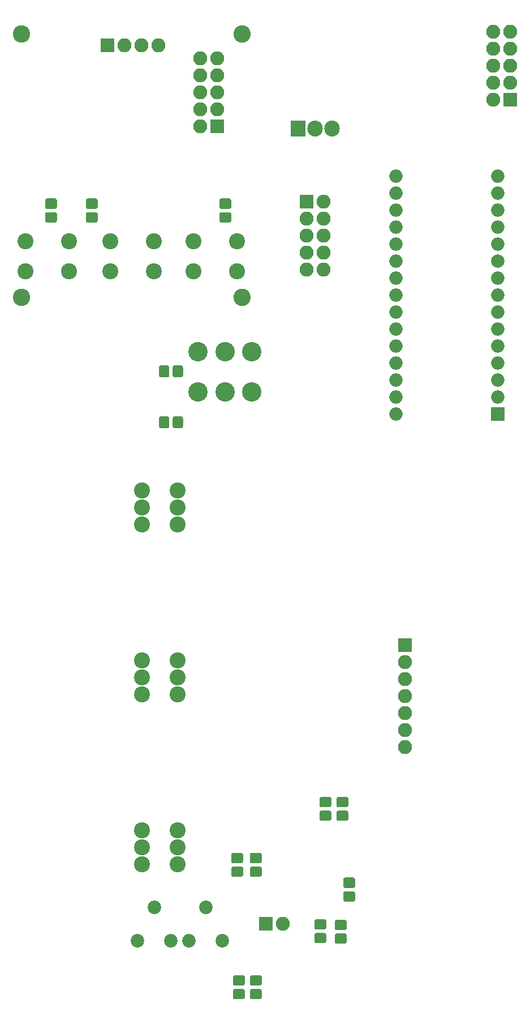
<source format=gbr>
G04 #@! TF.GenerationSoftware,KiCad,Pcbnew,(5.0.0)*
G04 #@! TF.CreationDate,2018-10-20T19:08:45+01:00*
G04 #@! TF.ProjectId,AD9833FunctionGenerator,41443938333346756E6374696F6E4765,rev?*
G04 #@! TF.SameCoordinates,Original*
G04 #@! TF.FileFunction,Soldermask,Bot*
G04 #@! TF.FilePolarity,Negative*
%FSLAX46Y46*%
G04 Gerber Fmt 4.6, Leading zero omitted, Abs format (unit mm)*
G04 Created by KiCad (PCBNEW (5.0.0)) date 10/20/18 19:08:45*
%MOMM*%
%LPD*%
G01*
G04 APERTURE LIST*
%ADD10C,2.600000*%
%ADD11C,2.020000*%
%ADD12O,2.000000X2.000000*%
%ADD13C,2.000000*%
%ADD14R,2.000000X2.000000*%
%ADD15C,2.400000*%
%ADD16C,2.900000*%
%ADD17R,2.100000X2.100000*%
%ADD18O,2.100000X2.100000*%
%ADD19C,0.100000*%
%ADD20C,1.550000*%
%ADD21R,2.305000X2.400000*%
%ADD22O,2.305000X2.400000*%
G04 APERTURE END LIST*
D10*
G04 #@! TO.C,REF\002A\002A*
X53794681Y-71464698D03*
G04 #@! TD*
G04 #@! TO.C,REF\002A\002A*
X86814681Y-71464698D03*
G04 #@! TD*
G04 #@! TO.C,REF\002A\002A*
X86814681Y-110834698D03*
G04 #@! TD*
D11*
G04 #@! TO.C,RV_UPOFF1*
X83900000Y-207010000D03*
X81400000Y-202010000D03*
X78900000Y-207010000D03*
G04 #@! TD*
D12*
G04 #@! TO.C,A1*
X109855000Y-92710000D03*
X125095000Y-92710000D03*
X109855000Y-128270000D03*
X125095000Y-95250000D03*
X109855000Y-125730000D03*
X125095000Y-97790000D03*
X109855000Y-123190000D03*
X125095000Y-100330000D03*
X109855000Y-120650000D03*
X125095000Y-102870000D03*
X109855000Y-118110000D03*
D13*
X125095000Y-105410000D03*
D12*
X109855000Y-115570000D03*
X125095000Y-107950000D03*
X109855000Y-113030000D03*
X125095000Y-110490000D03*
X109855000Y-110490000D03*
X125095000Y-113030000D03*
X109855000Y-107950000D03*
X125095000Y-115570000D03*
X109855000Y-105410000D03*
X125095000Y-118110000D03*
X109855000Y-102870000D03*
X125095000Y-120650000D03*
X109855000Y-100330000D03*
X125095000Y-123190000D03*
X109855000Y-97790000D03*
X125095000Y-125730000D03*
X109855000Y-95250000D03*
D14*
X125095000Y-128270000D03*
G04 #@! TD*
D15*
G04 #@! TO.C,RV_FREQ1*
X71882000Y-144780000D03*
X71882000Y-142240000D03*
X71882000Y-139700000D03*
X77216000Y-144780000D03*
X77216000Y-142240000D03*
X77216000Y-139700000D03*
G04 #@! TD*
D16*
G04 #@! TO.C,SW_PWR1*
X80264000Y-124968000D03*
X80264000Y-118968000D03*
X84264000Y-124968000D03*
X84264000Y-118968000D03*
X88264000Y-124968000D03*
X88264000Y-118968000D03*
G04 #@! TD*
D17*
G04 #@! TO.C,J_OUT1*
X90424000Y-204470000D03*
D18*
X92964000Y-204470000D03*
G04 #@! TD*
D17*
G04 #@! TO.C,J_PWR1*
X96520000Y-96520000D03*
D18*
X99060000Y-96520000D03*
X96520000Y-99060000D03*
X99060000Y-99060000D03*
X96520000Y-101600000D03*
X99060000Y-101600000D03*
X96520000Y-104140000D03*
X99060000Y-104140000D03*
X96520000Y-106680000D03*
X99060000Y-106680000D03*
G04 #@! TD*
D19*
G04 #@! TO.C,R_RANGE1*
G36*
X84924071Y-96082321D02*
X84956781Y-96087173D01*
X84988857Y-96095207D01*
X85019991Y-96106347D01*
X85049884Y-96120485D01*
X85078247Y-96137485D01*
X85104807Y-96157183D01*
X85129308Y-96179390D01*
X85151515Y-96203891D01*
X85171213Y-96230451D01*
X85188213Y-96258814D01*
X85202351Y-96288707D01*
X85213491Y-96319841D01*
X85221525Y-96351917D01*
X85226377Y-96384627D01*
X85228000Y-96417654D01*
X85228000Y-97293742D01*
X85226377Y-97326769D01*
X85221525Y-97359479D01*
X85213491Y-97391555D01*
X85202351Y-97422689D01*
X85188213Y-97452582D01*
X85171213Y-97480945D01*
X85151515Y-97507505D01*
X85129308Y-97532006D01*
X85104807Y-97554213D01*
X85078247Y-97573911D01*
X85049884Y-97590911D01*
X85019991Y-97605049D01*
X84988857Y-97616189D01*
X84956781Y-97624223D01*
X84924071Y-97629075D01*
X84891044Y-97630698D01*
X83764956Y-97630698D01*
X83731929Y-97629075D01*
X83699219Y-97624223D01*
X83667143Y-97616189D01*
X83636009Y-97605049D01*
X83606116Y-97590911D01*
X83577753Y-97573911D01*
X83551193Y-97554213D01*
X83526692Y-97532006D01*
X83504485Y-97507505D01*
X83484787Y-97480945D01*
X83467787Y-97452582D01*
X83453649Y-97422689D01*
X83442509Y-97391555D01*
X83434475Y-97359479D01*
X83429623Y-97326769D01*
X83428000Y-97293742D01*
X83428000Y-96417654D01*
X83429623Y-96384627D01*
X83434475Y-96351917D01*
X83442509Y-96319841D01*
X83453649Y-96288707D01*
X83467787Y-96258814D01*
X83484787Y-96230451D01*
X83504485Y-96203891D01*
X83526692Y-96179390D01*
X83551193Y-96157183D01*
X83577753Y-96137485D01*
X83606116Y-96120485D01*
X83636009Y-96106347D01*
X83667143Y-96095207D01*
X83699219Y-96087173D01*
X83731929Y-96082321D01*
X83764956Y-96080698D01*
X84891044Y-96080698D01*
X84924071Y-96082321D01*
X84924071Y-96082321D01*
G37*
D20*
X84328000Y-96855698D03*
D19*
G36*
X84924071Y-98132321D02*
X84956781Y-98137173D01*
X84988857Y-98145207D01*
X85019991Y-98156347D01*
X85049884Y-98170485D01*
X85078247Y-98187485D01*
X85104807Y-98207183D01*
X85129308Y-98229390D01*
X85151515Y-98253891D01*
X85171213Y-98280451D01*
X85188213Y-98308814D01*
X85202351Y-98338707D01*
X85213491Y-98369841D01*
X85221525Y-98401917D01*
X85226377Y-98434627D01*
X85228000Y-98467654D01*
X85228000Y-99343742D01*
X85226377Y-99376769D01*
X85221525Y-99409479D01*
X85213491Y-99441555D01*
X85202351Y-99472689D01*
X85188213Y-99502582D01*
X85171213Y-99530945D01*
X85151515Y-99557505D01*
X85129308Y-99582006D01*
X85104807Y-99604213D01*
X85078247Y-99623911D01*
X85049884Y-99640911D01*
X85019991Y-99655049D01*
X84988857Y-99666189D01*
X84956781Y-99674223D01*
X84924071Y-99679075D01*
X84891044Y-99680698D01*
X83764956Y-99680698D01*
X83731929Y-99679075D01*
X83699219Y-99674223D01*
X83667143Y-99666189D01*
X83636009Y-99655049D01*
X83606116Y-99640911D01*
X83577753Y-99623911D01*
X83551193Y-99604213D01*
X83526692Y-99582006D01*
X83504485Y-99557505D01*
X83484787Y-99530945D01*
X83467787Y-99502582D01*
X83453649Y-99472689D01*
X83442509Y-99441555D01*
X83434475Y-99409479D01*
X83429623Y-99376769D01*
X83428000Y-99343742D01*
X83428000Y-98467654D01*
X83429623Y-98434627D01*
X83434475Y-98401917D01*
X83442509Y-98369841D01*
X83453649Y-98338707D01*
X83467787Y-98308814D01*
X83484787Y-98280451D01*
X83504485Y-98253891D01*
X83526692Y-98229390D01*
X83551193Y-98207183D01*
X83577753Y-98187485D01*
X83606116Y-98170485D01*
X83636009Y-98156347D01*
X83667143Y-98145207D01*
X83699219Y-98137173D01*
X83731929Y-98132321D01*
X83764956Y-98130698D01*
X84891044Y-98130698D01*
X84924071Y-98132321D01*
X84924071Y-98132321D01*
G37*
D20*
X84328000Y-98905698D03*
G04 #@! TD*
D19*
G04 #@! TO.C,C_BUFFBP1*
G36*
X86702071Y-193896100D02*
X86734781Y-193900952D01*
X86766857Y-193908986D01*
X86797991Y-193920126D01*
X86827884Y-193934264D01*
X86856247Y-193951264D01*
X86882807Y-193970962D01*
X86907308Y-193993169D01*
X86929515Y-194017670D01*
X86949213Y-194044230D01*
X86966213Y-194072593D01*
X86980351Y-194102486D01*
X86991491Y-194133620D01*
X86999525Y-194165696D01*
X87004377Y-194198406D01*
X87006000Y-194231433D01*
X87006000Y-195107521D01*
X87004377Y-195140548D01*
X86999525Y-195173258D01*
X86991491Y-195205334D01*
X86980351Y-195236468D01*
X86966213Y-195266361D01*
X86949213Y-195294724D01*
X86929515Y-195321284D01*
X86907308Y-195345785D01*
X86882807Y-195367992D01*
X86856247Y-195387690D01*
X86827884Y-195404690D01*
X86797991Y-195418828D01*
X86766857Y-195429968D01*
X86734781Y-195438002D01*
X86702071Y-195442854D01*
X86669044Y-195444477D01*
X85542956Y-195444477D01*
X85509929Y-195442854D01*
X85477219Y-195438002D01*
X85445143Y-195429968D01*
X85414009Y-195418828D01*
X85384116Y-195404690D01*
X85355753Y-195387690D01*
X85329193Y-195367992D01*
X85304692Y-195345785D01*
X85282485Y-195321284D01*
X85262787Y-195294724D01*
X85245787Y-195266361D01*
X85231649Y-195236468D01*
X85220509Y-195205334D01*
X85212475Y-195173258D01*
X85207623Y-195140548D01*
X85206000Y-195107521D01*
X85206000Y-194231433D01*
X85207623Y-194198406D01*
X85212475Y-194165696D01*
X85220509Y-194133620D01*
X85231649Y-194102486D01*
X85245787Y-194072593D01*
X85262787Y-194044230D01*
X85282485Y-194017670D01*
X85304692Y-193993169D01*
X85329193Y-193970962D01*
X85355753Y-193951264D01*
X85384116Y-193934264D01*
X85414009Y-193920126D01*
X85445143Y-193908986D01*
X85477219Y-193900952D01*
X85509929Y-193896100D01*
X85542956Y-193894477D01*
X86669044Y-193894477D01*
X86702071Y-193896100D01*
X86702071Y-193896100D01*
G37*
D20*
X86106000Y-194669477D03*
D19*
G36*
X86702071Y-195946100D02*
X86734781Y-195950952D01*
X86766857Y-195958986D01*
X86797991Y-195970126D01*
X86827884Y-195984264D01*
X86856247Y-196001264D01*
X86882807Y-196020962D01*
X86907308Y-196043169D01*
X86929515Y-196067670D01*
X86949213Y-196094230D01*
X86966213Y-196122593D01*
X86980351Y-196152486D01*
X86991491Y-196183620D01*
X86999525Y-196215696D01*
X87004377Y-196248406D01*
X87006000Y-196281433D01*
X87006000Y-197157521D01*
X87004377Y-197190548D01*
X86999525Y-197223258D01*
X86991491Y-197255334D01*
X86980351Y-197286468D01*
X86966213Y-197316361D01*
X86949213Y-197344724D01*
X86929515Y-197371284D01*
X86907308Y-197395785D01*
X86882807Y-197417992D01*
X86856247Y-197437690D01*
X86827884Y-197454690D01*
X86797991Y-197468828D01*
X86766857Y-197479968D01*
X86734781Y-197488002D01*
X86702071Y-197492854D01*
X86669044Y-197494477D01*
X85542956Y-197494477D01*
X85509929Y-197492854D01*
X85477219Y-197488002D01*
X85445143Y-197479968D01*
X85414009Y-197468828D01*
X85384116Y-197454690D01*
X85355753Y-197437690D01*
X85329193Y-197417992D01*
X85304692Y-197395785D01*
X85282485Y-197371284D01*
X85262787Y-197344724D01*
X85245787Y-197316361D01*
X85231649Y-197286468D01*
X85220509Y-197255334D01*
X85212475Y-197223258D01*
X85207623Y-197190548D01*
X85206000Y-197157521D01*
X85206000Y-196281433D01*
X85207623Y-196248406D01*
X85212475Y-196215696D01*
X85220509Y-196183620D01*
X85231649Y-196152486D01*
X85245787Y-196122593D01*
X85262787Y-196094230D01*
X85282485Y-196067670D01*
X85304692Y-196043169D01*
X85329193Y-196020962D01*
X85355753Y-196001264D01*
X85384116Y-195984264D01*
X85414009Y-195970126D01*
X85445143Y-195958986D01*
X85477219Y-195950952D01*
X85509929Y-195946100D01*
X85542956Y-195944477D01*
X86669044Y-195944477D01*
X86702071Y-195946100D01*
X86702071Y-195946100D01*
G37*
D20*
X86106000Y-196719477D03*
G04 #@! TD*
D18*
G04 #@! TO.C,J_AD9833*
X111194407Y-178061772D03*
X111194407Y-175521772D03*
X111194407Y-172981772D03*
X111194407Y-170441772D03*
X111194407Y-167901772D03*
X111194407Y-165361772D03*
D17*
X111194407Y-162821772D03*
G04 #@! TD*
G04 #@! TO.C,J_AUX2MAIN2*
X83131681Y-85307698D03*
D18*
X80591681Y-85307698D03*
X83131681Y-82767698D03*
X80591681Y-82767698D03*
X83131681Y-80227698D03*
X80591681Y-80227698D03*
X83131681Y-77687698D03*
X80591681Y-77687698D03*
X83131681Y-75147698D03*
X80591681Y-75147698D03*
G04 #@! TD*
D17*
G04 #@! TO.C,J_MAIN2AUX1*
X127000000Y-81280000D03*
D18*
X124460000Y-81280000D03*
X127000000Y-78740000D03*
X124460000Y-78740000D03*
X127000000Y-76200000D03*
X124460000Y-76200000D03*
X127000000Y-73660000D03*
X124460000Y-73660000D03*
X127000000Y-71120000D03*
X124460000Y-71120000D03*
G04 #@! TD*
D17*
G04 #@! TO.C,J_OLEDCONNECTOR1*
X66725646Y-73193447D03*
D18*
X69265646Y-73193447D03*
X71805646Y-73193447D03*
X74345646Y-73193447D03*
G04 #@! TD*
D19*
G04 #@! TO.C,R_MODE1*
G36*
X64931752Y-98132321D02*
X64964462Y-98137173D01*
X64996538Y-98145207D01*
X65027672Y-98156347D01*
X65057565Y-98170485D01*
X65085928Y-98187485D01*
X65112488Y-98207183D01*
X65136989Y-98229390D01*
X65159196Y-98253891D01*
X65178894Y-98280451D01*
X65195894Y-98308814D01*
X65210032Y-98338707D01*
X65221172Y-98369841D01*
X65229206Y-98401917D01*
X65234058Y-98434627D01*
X65235681Y-98467654D01*
X65235681Y-99343742D01*
X65234058Y-99376769D01*
X65229206Y-99409479D01*
X65221172Y-99441555D01*
X65210032Y-99472689D01*
X65195894Y-99502582D01*
X65178894Y-99530945D01*
X65159196Y-99557505D01*
X65136989Y-99582006D01*
X65112488Y-99604213D01*
X65085928Y-99623911D01*
X65057565Y-99640911D01*
X65027672Y-99655049D01*
X64996538Y-99666189D01*
X64964462Y-99674223D01*
X64931752Y-99679075D01*
X64898725Y-99680698D01*
X63772637Y-99680698D01*
X63739610Y-99679075D01*
X63706900Y-99674223D01*
X63674824Y-99666189D01*
X63643690Y-99655049D01*
X63613797Y-99640911D01*
X63585434Y-99623911D01*
X63558874Y-99604213D01*
X63534373Y-99582006D01*
X63512166Y-99557505D01*
X63492468Y-99530945D01*
X63475468Y-99502582D01*
X63461330Y-99472689D01*
X63450190Y-99441555D01*
X63442156Y-99409479D01*
X63437304Y-99376769D01*
X63435681Y-99343742D01*
X63435681Y-98467654D01*
X63437304Y-98434627D01*
X63442156Y-98401917D01*
X63450190Y-98369841D01*
X63461330Y-98338707D01*
X63475468Y-98308814D01*
X63492468Y-98280451D01*
X63512166Y-98253891D01*
X63534373Y-98229390D01*
X63558874Y-98207183D01*
X63585434Y-98187485D01*
X63613797Y-98170485D01*
X63643690Y-98156347D01*
X63674824Y-98145207D01*
X63706900Y-98137173D01*
X63739610Y-98132321D01*
X63772637Y-98130698D01*
X64898725Y-98130698D01*
X64931752Y-98132321D01*
X64931752Y-98132321D01*
G37*
D20*
X64335681Y-98905698D03*
D19*
G36*
X64931752Y-96082321D02*
X64964462Y-96087173D01*
X64996538Y-96095207D01*
X65027672Y-96106347D01*
X65057565Y-96120485D01*
X65085928Y-96137485D01*
X65112488Y-96157183D01*
X65136989Y-96179390D01*
X65159196Y-96203891D01*
X65178894Y-96230451D01*
X65195894Y-96258814D01*
X65210032Y-96288707D01*
X65221172Y-96319841D01*
X65229206Y-96351917D01*
X65234058Y-96384627D01*
X65235681Y-96417654D01*
X65235681Y-97293742D01*
X65234058Y-97326769D01*
X65229206Y-97359479D01*
X65221172Y-97391555D01*
X65210032Y-97422689D01*
X65195894Y-97452582D01*
X65178894Y-97480945D01*
X65159196Y-97507505D01*
X65136989Y-97532006D01*
X65112488Y-97554213D01*
X65085928Y-97573911D01*
X65057565Y-97590911D01*
X65027672Y-97605049D01*
X64996538Y-97616189D01*
X64964462Y-97624223D01*
X64931752Y-97629075D01*
X64898725Y-97630698D01*
X63772637Y-97630698D01*
X63739610Y-97629075D01*
X63706900Y-97624223D01*
X63674824Y-97616189D01*
X63643690Y-97605049D01*
X63613797Y-97590911D01*
X63585434Y-97573911D01*
X63558874Y-97554213D01*
X63534373Y-97532006D01*
X63512166Y-97507505D01*
X63492468Y-97480945D01*
X63475468Y-97452582D01*
X63461330Y-97422689D01*
X63450190Y-97391555D01*
X63442156Y-97359479D01*
X63437304Y-97326769D01*
X63435681Y-97293742D01*
X63435681Y-96417654D01*
X63437304Y-96384627D01*
X63442156Y-96351917D01*
X63450190Y-96319841D01*
X63461330Y-96288707D01*
X63475468Y-96258814D01*
X63492468Y-96230451D01*
X63512166Y-96203891D01*
X63534373Y-96179390D01*
X63558874Y-96157183D01*
X63585434Y-96137485D01*
X63613797Y-96120485D01*
X63643690Y-96106347D01*
X63674824Y-96095207D01*
X63706900Y-96087173D01*
X63739610Y-96082321D01*
X63772637Y-96080698D01*
X64898725Y-96080698D01*
X64931752Y-96082321D01*
X64931752Y-96082321D01*
G37*
D20*
X64335681Y-96855698D03*
G04 #@! TD*
D15*
G04 #@! TO.C,SW_FUNC1*
X60929681Y-102452698D03*
X60929681Y-106952698D03*
X54429681Y-102452698D03*
X54429681Y-106952698D03*
G04 #@! TD*
G04 #@! TO.C,SW_MODE1*
X67129681Y-106952698D03*
X67129681Y-102452698D03*
X73629681Y-106952698D03*
X73629681Y-102452698D03*
G04 #@! TD*
G04 #@! TO.C,SW_RANGE1*
X79575681Y-106952698D03*
X79575681Y-102452698D03*
X86075681Y-106952698D03*
X86075681Y-102452698D03*
G04 #@! TD*
D21*
G04 #@! TO.C,U1*
X95250000Y-85598000D03*
D22*
X97790000Y-85598000D03*
X100330000Y-85598000D03*
G04 #@! TD*
D19*
G04 #@! TO.C,C_POTBP1*
G36*
X103466071Y-199641623D02*
X103498781Y-199646475D01*
X103530857Y-199654509D01*
X103561991Y-199665649D01*
X103591884Y-199679787D01*
X103620247Y-199696787D01*
X103646807Y-199716485D01*
X103671308Y-199738692D01*
X103693515Y-199763193D01*
X103713213Y-199789753D01*
X103730213Y-199818116D01*
X103744351Y-199848009D01*
X103755491Y-199879143D01*
X103763525Y-199911219D01*
X103768377Y-199943929D01*
X103770000Y-199976956D01*
X103770000Y-200853044D01*
X103768377Y-200886071D01*
X103763525Y-200918781D01*
X103755491Y-200950857D01*
X103744351Y-200981991D01*
X103730213Y-201011884D01*
X103713213Y-201040247D01*
X103693515Y-201066807D01*
X103671308Y-201091308D01*
X103646807Y-201113515D01*
X103620247Y-201133213D01*
X103591884Y-201150213D01*
X103561991Y-201164351D01*
X103530857Y-201175491D01*
X103498781Y-201183525D01*
X103466071Y-201188377D01*
X103433044Y-201190000D01*
X102306956Y-201190000D01*
X102273929Y-201188377D01*
X102241219Y-201183525D01*
X102209143Y-201175491D01*
X102178009Y-201164351D01*
X102148116Y-201150213D01*
X102119753Y-201133213D01*
X102093193Y-201113515D01*
X102068692Y-201091308D01*
X102046485Y-201066807D01*
X102026787Y-201040247D01*
X102009787Y-201011884D01*
X101995649Y-200981991D01*
X101984509Y-200950857D01*
X101976475Y-200918781D01*
X101971623Y-200886071D01*
X101970000Y-200853044D01*
X101970000Y-199976956D01*
X101971623Y-199943929D01*
X101976475Y-199911219D01*
X101984509Y-199879143D01*
X101995649Y-199848009D01*
X102009787Y-199818116D01*
X102026787Y-199789753D01*
X102046485Y-199763193D01*
X102068692Y-199738692D01*
X102093193Y-199716485D01*
X102119753Y-199696787D01*
X102148116Y-199679787D01*
X102178009Y-199665649D01*
X102209143Y-199654509D01*
X102241219Y-199646475D01*
X102273929Y-199641623D01*
X102306956Y-199640000D01*
X103433044Y-199640000D01*
X103466071Y-199641623D01*
X103466071Y-199641623D01*
G37*
D20*
X102870000Y-200415000D03*
D19*
G36*
X103466071Y-197591623D02*
X103498781Y-197596475D01*
X103530857Y-197604509D01*
X103561991Y-197615649D01*
X103591884Y-197629787D01*
X103620247Y-197646787D01*
X103646807Y-197666485D01*
X103671308Y-197688692D01*
X103693515Y-197713193D01*
X103713213Y-197739753D01*
X103730213Y-197768116D01*
X103744351Y-197798009D01*
X103755491Y-197829143D01*
X103763525Y-197861219D01*
X103768377Y-197893929D01*
X103770000Y-197926956D01*
X103770000Y-198803044D01*
X103768377Y-198836071D01*
X103763525Y-198868781D01*
X103755491Y-198900857D01*
X103744351Y-198931991D01*
X103730213Y-198961884D01*
X103713213Y-198990247D01*
X103693515Y-199016807D01*
X103671308Y-199041308D01*
X103646807Y-199063515D01*
X103620247Y-199083213D01*
X103591884Y-199100213D01*
X103561991Y-199114351D01*
X103530857Y-199125491D01*
X103498781Y-199133525D01*
X103466071Y-199138377D01*
X103433044Y-199140000D01*
X102306956Y-199140000D01*
X102273929Y-199138377D01*
X102241219Y-199133525D01*
X102209143Y-199125491D01*
X102178009Y-199114351D01*
X102148116Y-199100213D01*
X102119753Y-199083213D01*
X102093193Y-199063515D01*
X102068692Y-199041308D01*
X102046485Y-199016807D01*
X102026787Y-198990247D01*
X102009787Y-198961884D01*
X101995649Y-198931991D01*
X101984509Y-198900857D01*
X101976475Y-198868781D01*
X101971623Y-198836071D01*
X101970000Y-198803044D01*
X101970000Y-197926956D01*
X101971623Y-197893929D01*
X101976475Y-197861219D01*
X101984509Y-197829143D01*
X101995649Y-197798009D01*
X102009787Y-197768116D01*
X102026787Y-197739753D01*
X102046485Y-197713193D01*
X102068692Y-197688692D01*
X102093193Y-197666485D01*
X102119753Y-197646787D01*
X102148116Y-197629787D01*
X102178009Y-197615649D01*
X102209143Y-197604509D01*
X102241219Y-197596475D01*
X102273929Y-197591623D01*
X102306956Y-197590000D01*
X103433044Y-197590000D01*
X103466071Y-197591623D01*
X103466071Y-197591623D01*
G37*
D20*
X102870000Y-198365000D03*
G04 #@! TD*
D19*
G04 #@! TO.C,C_BUFFBP2*
G36*
X89496071Y-195946100D02*
X89528781Y-195950952D01*
X89560857Y-195958986D01*
X89591991Y-195970126D01*
X89621884Y-195984264D01*
X89650247Y-196001264D01*
X89676807Y-196020962D01*
X89701308Y-196043169D01*
X89723515Y-196067670D01*
X89743213Y-196094230D01*
X89760213Y-196122593D01*
X89774351Y-196152486D01*
X89785491Y-196183620D01*
X89793525Y-196215696D01*
X89798377Y-196248406D01*
X89800000Y-196281433D01*
X89800000Y-197157521D01*
X89798377Y-197190548D01*
X89793525Y-197223258D01*
X89785491Y-197255334D01*
X89774351Y-197286468D01*
X89760213Y-197316361D01*
X89743213Y-197344724D01*
X89723515Y-197371284D01*
X89701308Y-197395785D01*
X89676807Y-197417992D01*
X89650247Y-197437690D01*
X89621884Y-197454690D01*
X89591991Y-197468828D01*
X89560857Y-197479968D01*
X89528781Y-197488002D01*
X89496071Y-197492854D01*
X89463044Y-197494477D01*
X88336956Y-197494477D01*
X88303929Y-197492854D01*
X88271219Y-197488002D01*
X88239143Y-197479968D01*
X88208009Y-197468828D01*
X88178116Y-197454690D01*
X88149753Y-197437690D01*
X88123193Y-197417992D01*
X88098692Y-197395785D01*
X88076485Y-197371284D01*
X88056787Y-197344724D01*
X88039787Y-197316361D01*
X88025649Y-197286468D01*
X88014509Y-197255334D01*
X88006475Y-197223258D01*
X88001623Y-197190548D01*
X88000000Y-197157521D01*
X88000000Y-196281433D01*
X88001623Y-196248406D01*
X88006475Y-196215696D01*
X88014509Y-196183620D01*
X88025649Y-196152486D01*
X88039787Y-196122593D01*
X88056787Y-196094230D01*
X88076485Y-196067670D01*
X88098692Y-196043169D01*
X88123193Y-196020962D01*
X88149753Y-196001264D01*
X88178116Y-195984264D01*
X88208009Y-195970126D01*
X88239143Y-195958986D01*
X88271219Y-195950952D01*
X88303929Y-195946100D01*
X88336956Y-195944477D01*
X89463044Y-195944477D01*
X89496071Y-195946100D01*
X89496071Y-195946100D01*
G37*
D20*
X88900000Y-196719477D03*
D19*
G36*
X89496071Y-193896100D02*
X89528781Y-193900952D01*
X89560857Y-193908986D01*
X89591991Y-193920126D01*
X89621884Y-193934264D01*
X89650247Y-193951264D01*
X89676807Y-193970962D01*
X89701308Y-193993169D01*
X89723515Y-194017670D01*
X89743213Y-194044230D01*
X89760213Y-194072593D01*
X89774351Y-194102486D01*
X89785491Y-194133620D01*
X89793525Y-194165696D01*
X89798377Y-194198406D01*
X89800000Y-194231433D01*
X89800000Y-195107521D01*
X89798377Y-195140548D01*
X89793525Y-195173258D01*
X89785491Y-195205334D01*
X89774351Y-195236468D01*
X89760213Y-195266361D01*
X89743213Y-195294724D01*
X89723515Y-195321284D01*
X89701308Y-195345785D01*
X89676807Y-195367992D01*
X89650247Y-195387690D01*
X89621884Y-195404690D01*
X89591991Y-195418828D01*
X89560857Y-195429968D01*
X89528781Y-195438002D01*
X89496071Y-195442854D01*
X89463044Y-195444477D01*
X88336956Y-195444477D01*
X88303929Y-195442854D01*
X88271219Y-195438002D01*
X88239143Y-195429968D01*
X88208009Y-195418828D01*
X88178116Y-195404690D01*
X88149753Y-195387690D01*
X88123193Y-195367992D01*
X88098692Y-195345785D01*
X88076485Y-195321284D01*
X88056787Y-195294724D01*
X88039787Y-195266361D01*
X88025649Y-195236468D01*
X88014509Y-195205334D01*
X88006475Y-195173258D01*
X88001623Y-195140548D01*
X88000000Y-195107521D01*
X88000000Y-194231433D01*
X88001623Y-194198406D01*
X88006475Y-194165696D01*
X88014509Y-194133620D01*
X88025649Y-194102486D01*
X88039787Y-194072593D01*
X88056787Y-194044230D01*
X88076485Y-194017670D01*
X88098692Y-193993169D01*
X88123193Y-193970962D01*
X88149753Y-193951264D01*
X88178116Y-193934264D01*
X88208009Y-193920126D01*
X88239143Y-193908986D01*
X88271219Y-193900952D01*
X88303929Y-193896100D01*
X88336956Y-193894477D01*
X89463044Y-193894477D01*
X89496071Y-193896100D01*
X89496071Y-193896100D01*
G37*
D20*
X88900000Y-194669477D03*
G04 #@! TD*
D19*
G04 #@! TO.C,C_BUFFBP3*
G36*
X99910071Y-187576623D02*
X99942781Y-187581475D01*
X99974857Y-187589509D01*
X100005991Y-187600649D01*
X100035884Y-187614787D01*
X100064247Y-187631787D01*
X100090807Y-187651485D01*
X100115308Y-187673692D01*
X100137515Y-187698193D01*
X100157213Y-187724753D01*
X100174213Y-187753116D01*
X100188351Y-187783009D01*
X100199491Y-187814143D01*
X100207525Y-187846219D01*
X100212377Y-187878929D01*
X100214000Y-187911956D01*
X100214000Y-188788044D01*
X100212377Y-188821071D01*
X100207525Y-188853781D01*
X100199491Y-188885857D01*
X100188351Y-188916991D01*
X100174213Y-188946884D01*
X100157213Y-188975247D01*
X100137515Y-189001807D01*
X100115308Y-189026308D01*
X100090807Y-189048515D01*
X100064247Y-189068213D01*
X100035884Y-189085213D01*
X100005991Y-189099351D01*
X99974857Y-189110491D01*
X99942781Y-189118525D01*
X99910071Y-189123377D01*
X99877044Y-189125000D01*
X98750956Y-189125000D01*
X98717929Y-189123377D01*
X98685219Y-189118525D01*
X98653143Y-189110491D01*
X98622009Y-189099351D01*
X98592116Y-189085213D01*
X98563753Y-189068213D01*
X98537193Y-189048515D01*
X98512692Y-189026308D01*
X98490485Y-189001807D01*
X98470787Y-188975247D01*
X98453787Y-188946884D01*
X98439649Y-188916991D01*
X98428509Y-188885857D01*
X98420475Y-188853781D01*
X98415623Y-188821071D01*
X98414000Y-188788044D01*
X98414000Y-187911956D01*
X98415623Y-187878929D01*
X98420475Y-187846219D01*
X98428509Y-187814143D01*
X98439649Y-187783009D01*
X98453787Y-187753116D01*
X98470787Y-187724753D01*
X98490485Y-187698193D01*
X98512692Y-187673692D01*
X98537193Y-187651485D01*
X98563753Y-187631787D01*
X98592116Y-187614787D01*
X98622009Y-187600649D01*
X98653143Y-187589509D01*
X98685219Y-187581475D01*
X98717929Y-187576623D01*
X98750956Y-187575000D01*
X99877044Y-187575000D01*
X99910071Y-187576623D01*
X99910071Y-187576623D01*
G37*
D20*
X99314000Y-188350000D03*
D19*
G36*
X99910071Y-185526623D02*
X99942781Y-185531475D01*
X99974857Y-185539509D01*
X100005991Y-185550649D01*
X100035884Y-185564787D01*
X100064247Y-185581787D01*
X100090807Y-185601485D01*
X100115308Y-185623692D01*
X100137515Y-185648193D01*
X100157213Y-185674753D01*
X100174213Y-185703116D01*
X100188351Y-185733009D01*
X100199491Y-185764143D01*
X100207525Y-185796219D01*
X100212377Y-185828929D01*
X100214000Y-185861956D01*
X100214000Y-186738044D01*
X100212377Y-186771071D01*
X100207525Y-186803781D01*
X100199491Y-186835857D01*
X100188351Y-186866991D01*
X100174213Y-186896884D01*
X100157213Y-186925247D01*
X100137515Y-186951807D01*
X100115308Y-186976308D01*
X100090807Y-186998515D01*
X100064247Y-187018213D01*
X100035884Y-187035213D01*
X100005991Y-187049351D01*
X99974857Y-187060491D01*
X99942781Y-187068525D01*
X99910071Y-187073377D01*
X99877044Y-187075000D01*
X98750956Y-187075000D01*
X98717929Y-187073377D01*
X98685219Y-187068525D01*
X98653143Y-187060491D01*
X98622009Y-187049351D01*
X98592116Y-187035213D01*
X98563753Y-187018213D01*
X98537193Y-186998515D01*
X98512692Y-186976308D01*
X98490485Y-186951807D01*
X98470787Y-186925247D01*
X98453787Y-186896884D01*
X98439649Y-186866991D01*
X98428509Y-186835857D01*
X98420475Y-186803781D01*
X98415623Y-186771071D01*
X98414000Y-186738044D01*
X98414000Y-185861956D01*
X98415623Y-185828929D01*
X98420475Y-185796219D01*
X98428509Y-185764143D01*
X98439649Y-185733009D01*
X98453787Y-185703116D01*
X98470787Y-185674753D01*
X98490485Y-185648193D01*
X98512692Y-185623692D01*
X98537193Y-185601485D01*
X98563753Y-185581787D01*
X98592116Y-185564787D01*
X98622009Y-185550649D01*
X98653143Y-185539509D01*
X98685219Y-185531475D01*
X98717929Y-185526623D01*
X98750956Y-185525000D01*
X99877044Y-185525000D01*
X99910071Y-185526623D01*
X99910071Y-185526623D01*
G37*
D20*
X99314000Y-186300000D03*
G04 #@! TD*
D19*
G04 #@! TO.C,C_BUFFBP4*
G36*
X102450071Y-185526623D02*
X102482781Y-185531475D01*
X102514857Y-185539509D01*
X102545991Y-185550649D01*
X102575884Y-185564787D01*
X102604247Y-185581787D01*
X102630807Y-185601485D01*
X102655308Y-185623692D01*
X102677515Y-185648193D01*
X102697213Y-185674753D01*
X102714213Y-185703116D01*
X102728351Y-185733009D01*
X102739491Y-185764143D01*
X102747525Y-185796219D01*
X102752377Y-185828929D01*
X102754000Y-185861956D01*
X102754000Y-186738044D01*
X102752377Y-186771071D01*
X102747525Y-186803781D01*
X102739491Y-186835857D01*
X102728351Y-186866991D01*
X102714213Y-186896884D01*
X102697213Y-186925247D01*
X102677515Y-186951807D01*
X102655308Y-186976308D01*
X102630807Y-186998515D01*
X102604247Y-187018213D01*
X102575884Y-187035213D01*
X102545991Y-187049351D01*
X102514857Y-187060491D01*
X102482781Y-187068525D01*
X102450071Y-187073377D01*
X102417044Y-187075000D01*
X101290956Y-187075000D01*
X101257929Y-187073377D01*
X101225219Y-187068525D01*
X101193143Y-187060491D01*
X101162009Y-187049351D01*
X101132116Y-187035213D01*
X101103753Y-187018213D01*
X101077193Y-186998515D01*
X101052692Y-186976308D01*
X101030485Y-186951807D01*
X101010787Y-186925247D01*
X100993787Y-186896884D01*
X100979649Y-186866991D01*
X100968509Y-186835857D01*
X100960475Y-186803781D01*
X100955623Y-186771071D01*
X100954000Y-186738044D01*
X100954000Y-185861956D01*
X100955623Y-185828929D01*
X100960475Y-185796219D01*
X100968509Y-185764143D01*
X100979649Y-185733009D01*
X100993787Y-185703116D01*
X101010787Y-185674753D01*
X101030485Y-185648193D01*
X101052692Y-185623692D01*
X101077193Y-185601485D01*
X101103753Y-185581787D01*
X101132116Y-185564787D01*
X101162009Y-185550649D01*
X101193143Y-185539509D01*
X101225219Y-185531475D01*
X101257929Y-185526623D01*
X101290956Y-185525000D01*
X102417044Y-185525000D01*
X102450071Y-185526623D01*
X102450071Y-185526623D01*
G37*
D20*
X101854000Y-186300000D03*
D19*
G36*
X102450071Y-187576623D02*
X102482781Y-187581475D01*
X102514857Y-187589509D01*
X102545991Y-187600649D01*
X102575884Y-187614787D01*
X102604247Y-187631787D01*
X102630807Y-187651485D01*
X102655308Y-187673692D01*
X102677515Y-187698193D01*
X102697213Y-187724753D01*
X102714213Y-187753116D01*
X102728351Y-187783009D01*
X102739491Y-187814143D01*
X102747525Y-187846219D01*
X102752377Y-187878929D01*
X102754000Y-187911956D01*
X102754000Y-188788044D01*
X102752377Y-188821071D01*
X102747525Y-188853781D01*
X102739491Y-188885857D01*
X102728351Y-188916991D01*
X102714213Y-188946884D01*
X102697213Y-188975247D01*
X102677515Y-189001807D01*
X102655308Y-189026308D01*
X102630807Y-189048515D01*
X102604247Y-189068213D01*
X102575884Y-189085213D01*
X102545991Y-189099351D01*
X102514857Y-189110491D01*
X102482781Y-189118525D01*
X102450071Y-189123377D01*
X102417044Y-189125000D01*
X101290956Y-189125000D01*
X101257929Y-189123377D01*
X101225219Y-189118525D01*
X101193143Y-189110491D01*
X101162009Y-189099351D01*
X101132116Y-189085213D01*
X101103753Y-189068213D01*
X101077193Y-189048515D01*
X101052692Y-189026308D01*
X101030485Y-189001807D01*
X101010787Y-188975247D01*
X100993787Y-188946884D01*
X100979649Y-188916991D01*
X100968509Y-188885857D01*
X100960475Y-188853781D01*
X100955623Y-188821071D01*
X100954000Y-188788044D01*
X100954000Y-187911956D01*
X100955623Y-187878929D01*
X100960475Y-187846219D01*
X100968509Y-187814143D01*
X100979649Y-187783009D01*
X100993787Y-187753116D01*
X101010787Y-187724753D01*
X101030485Y-187698193D01*
X101052692Y-187673692D01*
X101077193Y-187651485D01*
X101103753Y-187631787D01*
X101132116Y-187614787D01*
X101162009Y-187600649D01*
X101193143Y-187589509D01*
X101225219Y-187581475D01*
X101257929Y-187576623D01*
X101290956Y-187575000D01*
X102417044Y-187575000D01*
X102450071Y-187576623D01*
X102450071Y-187576623D01*
G37*
D20*
X101854000Y-188350000D03*
G04 #@! TD*
D19*
G04 #@! TO.C,C_MIXBP1*
G36*
X86956071Y-212196623D02*
X86988781Y-212201475D01*
X87020857Y-212209509D01*
X87051991Y-212220649D01*
X87081884Y-212234787D01*
X87110247Y-212251787D01*
X87136807Y-212271485D01*
X87161308Y-212293692D01*
X87183515Y-212318193D01*
X87203213Y-212344753D01*
X87220213Y-212373116D01*
X87234351Y-212403009D01*
X87245491Y-212434143D01*
X87253525Y-212466219D01*
X87258377Y-212498929D01*
X87260000Y-212531956D01*
X87260000Y-213408044D01*
X87258377Y-213441071D01*
X87253525Y-213473781D01*
X87245491Y-213505857D01*
X87234351Y-213536991D01*
X87220213Y-213566884D01*
X87203213Y-213595247D01*
X87183515Y-213621807D01*
X87161308Y-213646308D01*
X87136807Y-213668515D01*
X87110247Y-213688213D01*
X87081884Y-213705213D01*
X87051991Y-213719351D01*
X87020857Y-213730491D01*
X86988781Y-213738525D01*
X86956071Y-213743377D01*
X86923044Y-213745000D01*
X85796956Y-213745000D01*
X85763929Y-213743377D01*
X85731219Y-213738525D01*
X85699143Y-213730491D01*
X85668009Y-213719351D01*
X85638116Y-213705213D01*
X85609753Y-213688213D01*
X85583193Y-213668515D01*
X85558692Y-213646308D01*
X85536485Y-213621807D01*
X85516787Y-213595247D01*
X85499787Y-213566884D01*
X85485649Y-213536991D01*
X85474509Y-213505857D01*
X85466475Y-213473781D01*
X85461623Y-213441071D01*
X85460000Y-213408044D01*
X85460000Y-212531956D01*
X85461623Y-212498929D01*
X85466475Y-212466219D01*
X85474509Y-212434143D01*
X85485649Y-212403009D01*
X85499787Y-212373116D01*
X85516787Y-212344753D01*
X85536485Y-212318193D01*
X85558692Y-212293692D01*
X85583193Y-212271485D01*
X85609753Y-212251787D01*
X85638116Y-212234787D01*
X85668009Y-212220649D01*
X85699143Y-212209509D01*
X85731219Y-212201475D01*
X85763929Y-212196623D01*
X85796956Y-212195000D01*
X86923044Y-212195000D01*
X86956071Y-212196623D01*
X86956071Y-212196623D01*
G37*
D20*
X86360000Y-212970000D03*
D19*
G36*
X86956071Y-214246623D02*
X86988781Y-214251475D01*
X87020857Y-214259509D01*
X87051991Y-214270649D01*
X87081884Y-214284787D01*
X87110247Y-214301787D01*
X87136807Y-214321485D01*
X87161308Y-214343692D01*
X87183515Y-214368193D01*
X87203213Y-214394753D01*
X87220213Y-214423116D01*
X87234351Y-214453009D01*
X87245491Y-214484143D01*
X87253525Y-214516219D01*
X87258377Y-214548929D01*
X87260000Y-214581956D01*
X87260000Y-215458044D01*
X87258377Y-215491071D01*
X87253525Y-215523781D01*
X87245491Y-215555857D01*
X87234351Y-215586991D01*
X87220213Y-215616884D01*
X87203213Y-215645247D01*
X87183515Y-215671807D01*
X87161308Y-215696308D01*
X87136807Y-215718515D01*
X87110247Y-215738213D01*
X87081884Y-215755213D01*
X87051991Y-215769351D01*
X87020857Y-215780491D01*
X86988781Y-215788525D01*
X86956071Y-215793377D01*
X86923044Y-215795000D01*
X85796956Y-215795000D01*
X85763929Y-215793377D01*
X85731219Y-215788525D01*
X85699143Y-215780491D01*
X85668009Y-215769351D01*
X85638116Y-215755213D01*
X85609753Y-215738213D01*
X85583193Y-215718515D01*
X85558692Y-215696308D01*
X85536485Y-215671807D01*
X85516787Y-215645247D01*
X85499787Y-215616884D01*
X85485649Y-215586991D01*
X85474509Y-215555857D01*
X85466475Y-215523781D01*
X85461623Y-215491071D01*
X85460000Y-215458044D01*
X85460000Y-214581956D01*
X85461623Y-214548929D01*
X85466475Y-214516219D01*
X85474509Y-214484143D01*
X85485649Y-214453009D01*
X85499787Y-214423116D01*
X85516787Y-214394753D01*
X85536485Y-214368193D01*
X85558692Y-214343692D01*
X85583193Y-214321485D01*
X85609753Y-214301787D01*
X85638116Y-214284787D01*
X85668009Y-214270649D01*
X85699143Y-214259509D01*
X85731219Y-214251475D01*
X85763929Y-214246623D01*
X85796956Y-214245000D01*
X86923044Y-214245000D01*
X86956071Y-214246623D01*
X86956071Y-214246623D01*
G37*
D20*
X86360000Y-215020000D03*
G04 #@! TD*
D19*
G04 #@! TO.C,C_MIXBP2*
G36*
X89496071Y-212196623D02*
X89528781Y-212201475D01*
X89560857Y-212209509D01*
X89591991Y-212220649D01*
X89621884Y-212234787D01*
X89650247Y-212251787D01*
X89676807Y-212271485D01*
X89701308Y-212293692D01*
X89723515Y-212318193D01*
X89743213Y-212344753D01*
X89760213Y-212373116D01*
X89774351Y-212403009D01*
X89785491Y-212434143D01*
X89793525Y-212466219D01*
X89798377Y-212498929D01*
X89800000Y-212531956D01*
X89800000Y-213408044D01*
X89798377Y-213441071D01*
X89793525Y-213473781D01*
X89785491Y-213505857D01*
X89774351Y-213536991D01*
X89760213Y-213566884D01*
X89743213Y-213595247D01*
X89723515Y-213621807D01*
X89701308Y-213646308D01*
X89676807Y-213668515D01*
X89650247Y-213688213D01*
X89621884Y-213705213D01*
X89591991Y-213719351D01*
X89560857Y-213730491D01*
X89528781Y-213738525D01*
X89496071Y-213743377D01*
X89463044Y-213745000D01*
X88336956Y-213745000D01*
X88303929Y-213743377D01*
X88271219Y-213738525D01*
X88239143Y-213730491D01*
X88208009Y-213719351D01*
X88178116Y-213705213D01*
X88149753Y-213688213D01*
X88123193Y-213668515D01*
X88098692Y-213646308D01*
X88076485Y-213621807D01*
X88056787Y-213595247D01*
X88039787Y-213566884D01*
X88025649Y-213536991D01*
X88014509Y-213505857D01*
X88006475Y-213473781D01*
X88001623Y-213441071D01*
X88000000Y-213408044D01*
X88000000Y-212531956D01*
X88001623Y-212498929D01*
X88006475Y-212466219D01*
X88014509Y-212434143D01*
X88025649Y-212403009D01*
X88039787Y-212373116D01*
X88056787Y-212344753D01*
X88076485Y-212318193D01*
X88098692Y-212293692D01*
X88123193Y-212271485D01*
X88149753Y-212251787D01*
X88178116Y-212234787D01*
X88208009Y-212220649D01*
X88239143Y-212209509D01*
X88271219Y-212201475D01*
X88303929Y-212196623D01*
X88336956Y-212195000D01*
X89463044Y-212195000D01*
X89496071Y-212196623D01*
X89496071Y-212196623D01*
G37*
D20*
X88900000Y-212970000D03*
D19*
G36*
X89496071Y-214246623D02*
X89528781Y-214251475D01*
X89560857Y-214259509D01*
X89591991Y-214270649D01*
X89621884Y-214284787D01*
X89650247Y-214301787D01*
X89676807Y-214321485D01*
X89701308Y-214343692D01*
X89723515Y-214368193D01*
X89743213Y-214394753D01*
X89760213Y-214423116D01*
X89774351Y-214453009D01*
X89785491Y-214484143D01*
X89793525Y-214516219D01*
X89798377Y-214548929D01*
X89800000Y-214581956D01*
X89800000Y-215458044D01*
X89798377Y-215491071D01*
X89793525Y-215523781D01*
X89785491Y-215555857D01*
X89774351Y-215586991D01*
X89760213Y-215616884D01*
X89743213Y-215645247D01*
X89723515Y-215671807D01*
X89701308Y-215696308D01*
X89676807Y-215718515D01*
X89650247Y-215738213D01*
X89621884Y-215755213D01*
X89591991Y-215769351D01*
X89560857Y-215780491D01*
X89528781Y-215788525D01*
X89496071Y-215793377D01*
X89463044Y-215795000D01*
X88336956Y-215795000D01*
X88303929Y-215793377D01*
X88271219Y-215788525D01*
X88239143Y-215780491D01*
X88208009Y-215769351D01*
X88178116Y-215755213D01*
X88149753Y-215738213D01*
X88123193Y-215718515D01*
X88098692Y-215696308D01*
X88076485Y-215671807D01*
X88056787Y-215645247D01*
X88039787Y-215616884D01*
X88025649Y-215586991D01*
X88014509Y-215555857D01*
X88006475Y-215523781D01*
X88001623Y-215491071D01*
X88000000Y-215458044D01*
X88000000Y-214581956D01*
X88001623Y-214548929D01*
X88006475Y-214516219D01*
X88014509Y-214484143D01*
X88025649Y-214453009D01*
X88039787Y-214423116D01*
X88056787Y-214394753D01*
X88076485Y-214368193D01*
X88098692Y-214343692D01*
X88123193Y-214321485D01*
X88149753Y-214301787D01*
X88178116Y-214284787D01*
X88208009Y-214270649D01*
X88239143Y-214259509D01*
X88271219Y-214251475D01*
X88303929Y-214246623D01*
X88336956Y-214245000D01*
X89463044Y-214245000D01*
X89496071Y-214246623D01*
X89496071Y-214246623D01*
G37*
D20*
X88900000Y-215020000D03*
G04 #@! TD*
D19*
G04 #@! TO.C,C_MIXBP3*
G36*
X99148071Y-203814623D02*
X99180781Y-203819475D01*
X99212857Y-203827509D01*
X99243991Y-203838649D01*
X99273884Y-203852787D01*
X99302247Y-203869787D01*
X99328807Y-203889485D01*
X99353308Y-203911692D01*
X99375515Y-203936193D01*
X99395213Y-203962753D01*
X99412213Y-203991116D01*
X99426351Y-204021009D01*
X99437491Y-204052143D01*
X99445525Y-204084219D01*
X99450377Y-204116929D01*
X99452000Y-204149956D01*
X99452000Y-205026044D01*
X99450377Y-205059071D01*
X99445525Y-205091781D01*
X99437491Y-205123857D01*
X99426351Y-205154991D01*
X99412213Y-205184884D01*
X99395213Y-205213247D01*
X99375515Y-205239807D01*
X99353308Y-205264308D01*
X99328807Y-205286515D01*
X99302247Y-205306213D01*
X99273884Y-205323213D01*
X99243991Y-205337351D01*
X99212857Y-205348491D01*
X99180781Y-205356525D01*
X99148071Y-205361377D01*
X99115044Y-205363000D01*
X97988956Y-205363000D01*
X97955929Y-205361377D01*
X97923219Y-205356525D01*
X97891143Y-205348491D01*
X97860009Y-205337351D01*
X97830116Y-205323213D01*
X97801753Y-205306213D01*
X97775193Y-205286515D01*
X97750692Y-205264308D01*
X97728485Y-205239807D01*
X97708787Y-205213247D01*
X97691787Y-205184884D01*
X97677649Y-205154991D01*
X97666509Y-205123857D01*
X97658475Y-205091781D01*
X97653623Y-205059071D01*
X97652000Y-205026044D01*
X97652000Y-204149956D01*
X97653623Y-204116929D01*
X97658475Y-204084219D01*
X97666509Y-204052143D01*
X97677649Y-204021009D01*
X97691787Y-203991116D01*
X97708787Y-203962753D01*
X97728485Y-203936193D01*
X97750692Y-203911692D01*
X97775193Y-203889485D01*
X97801753Y-203869787D01*
X97830116Y-203852787D01*
X97860009Y-203838649D01*
X97891143Y-203827509D01*
X97923219Y-203819475D01*
X97955929Y-203814623D01*
X97988956Y-203813000D01*
X99115044Y-203813000D01*
X99148071Y-203814623D01*
X99148071Y-203814623D01*
G37*
D20*
X98552000Y-204588000D03*
D19*
G36*
X99148071Y-205864623D02*
X99180781Y-205869475D01*
X99212857Y-205877509D01*
X99243991Y-205888649D01*
X99273884Y-205902787D01*
X99302247Y-205919787D01*
X99328807Y-205939485D01*
X99353308Y-205961692D01*
X99375515Y-205986193D01*
X99395213Y-206012753D01*
X99412213Y-206041116D01*
X99426351Y-206071009D01*
X99437491Y-206102143D01*
X99445525Y-206134219D01*
X99450377Y-206166929D01*
X99452000Y-206199956D01*
X99452000Y-207076044D01*
X99450377Y-207109071D01*
X99445525Y-207141781D01*
X99437491Y-207173857D01*
X99426351Y-207204991D01*
X99412213Y-207234884D01*
X99395213Y-207263247D01*
X99375515Y-207289807D01*
X99353308Y-207314308D01*
X99328807Y-207336515D01*
X99302247Y-207356213D01*
X99273884Y-207373213D01*
X99243991Y-207387351D01*
X99212857Y-207398491D01*
X99180781Y-207406525D01*
X99148071Y-207411377D01*
X99115044Y-207413000D01*
X97988956Y-207413000D01*
X97955929Y-207411377D01*
X97923219Y-207406525D01*
X97891143Y-207398491D01*
X97860009Y-207387351D01*
X97830116Y-207373213D01*
X97801753Y-207356213D01*
X97775193Y-207336515D01*
X97750692Y-207314308D01*
X97728485Y-207289807D01*
X97708787Y-207263247D01*
X97691787Y-207234884D01*
X97677649Y-207204991D01*
X97666509Y-207173857D01*
X97658475Y-207141781D01*
X97653623Y-207109071D01*
X97652000Y-207076044D01*
X97652000Y-206199956D01*
X97653623Y-206166929D01*
X97658475Y-206134219D01*
X97666509Y-206102143D01*
X97677649Y-206071009D01*
X97691787Y-206041116D01*
X97708787Y-206012753D01*
X97728485Y-205986193D01*
X97750692Y-205961692D01*
X97775193Y-205939485D01*
X97801753Y-205919787D01*
X97830116Y-205902787D01*
X97860009Y-205888649D01*
X97891143Y-205877509D01*
X97923219Y-205869475D01*
X97955929Y-205864623D01*
X97988956Y-205863000D01*
X99115044Y-205863000D01*
X99148071Y-205864623D01*
X99148071Y-205864623D01*
G37*
D20*
X98552000Y-206638000D03*
G04 #@! TD*
D19*
G04 #@! TO.C,C_MIXBP4*
G36*
X102196071Y-203891241D02*
X102228781Y-203896093D01*
X102260857Y-203904127D01*
X102291991Y-203915267D01*
X102321884Y-203929405D01*
X102350247Y-203946405D01*
X102376807Y-203966103D01*
X102401308Y-203988310D01*
X102423515Y-204012811D01*
X102443213Y-204039371D01*
X102460213Y-204067734D01*
X102474351Y-204097627D01*
X102485491Y-204128761D01*
X102493525Y-204160837D01*
X102498377Y-204193547D01*
X102500000Y-204226574D01*
X102500000Y-205102662D01*
X102498377Y-205135689D01*
X102493525Y-205168399D01*
X102485491Y-205200475D01*
X102474351Y-205231609D01*
X102460213Y-205261502D01*
X102443213Y-205289865D01*
X102423515Y-205316425D01*
X102401308Y-205340926D01*
X102376807Y-205363133D01*
X102350247Y-205382831D01*
X102321884Y-205399831D01*
X102291991Y-205413969D01*
X102260857Y-205425109D01*
X102228781Y-205433143D01*
X102196071Y-205437995D01*
X102163044Y-205439618D01*
X101036956Y-205439618D01*
X101003929Y-205437995D01*
X100971219Y-205433143D01*
X100939143Y-205425109D01*
X100908009Y-205413969D01*
X100878116Y-205399831D01*
X100849753Y-205382831D01*
X100823193Y-205363133D01*
X100798692Y-205340926D01*
X100776485Y-205316425D01*
X100756787Y-205289865D01*
X100739787Y-205261502D01*
X100725649Y-205231609D01*
X100714509Y-205200475D01*
X100706475Y-205168399D01*
X100701623Y-205135689D01*
X100700000Y-205102662D01*
X100700000Y-204226574D01*
X100701623Y-204193547D01*
X100706475Y-204160837D01*
X100714509Y-204128761D01*
X100725649Y-204097627D01*
X100739787Y-204067734D01*
X100756787Y-204039371D01*
X100776485Y-204012811D01*
X100798692Y-203988310D01*
X100823193Y-203966103D01*
X100849753Y-203946405D01*
X100878116Y-203929405D01*
X100908009Y-203915267D01*
X100939143Y-203904127D01*
X100971219Y-203896093D01*
X101003929Y-203891241D01*
X101036956Y-203889618D01*
X102163044Y-203889618D01*
X102196071Y-203891241D01*
X102196071Y-203891241D01*
G37*
D20*
X101600000Y-204664618D03*
D19*
G36*
X102196071Y-205941241D02*
X102228781Y-205946093D01*
X102260857Y-205954127D01*
X102291991Y-205965267D01*
X102321884Y-205979405D01*
X102350247Y-205996405D01*
X102376807Y-206016103D01*
X102401308Y-206038310D01*
X102423515Y-206062811D01*
X102443213Y-206089371D01*
X102460213Y-206117734D01*
X102474351Y-206147627D01*
X102485491Y-206178761D01*
X102493525Y-206210837D01*
X102498377Y-206243547D01*
X102500000Y-206276574D01*
X102500000Y-207152662D01*
X102498377Y-207185689D01*
X102493525Y-207218399D01*
X102485491Y-207250475D01*
X102474351Y-207281609D01*
X102460213Y-207311502D01*
X102443213Y-207339865D01*
X102423515Y-207366425D01*
X102401308Y-207390926D01*
X102376807Y-207413133D01*
X102350247Y-207432831D01*
X102321884Y-207449831D01*
X102291991Y-207463969D01*
X102260857Y-207475109D01*
X102228781Y-207483143D01*
X102196071Y-207487995D01*
X102163044Y-207489618D01*
X101036956Y-207489618D01*
X101003929Y-207487995D01*
X100971219Y-207483143D01*
X100939143Y-207475109D01*
X100908009Y-207463969D01*
X100878116Y-207449831D01*
X100849753Y-207432831D01*
X100823193Y-207413133D01*
X100798692Y-207390926D01*
X100776485Y-207366425D01*
X100756787Y-207339865D01*
X100739787Y-207311502D01*
X100725649Y-207281609D01*
X100714509Y-207250475D01*
X100706475Y-207218399D01*
X100701623Y-207185689D01*
X100700000Y-207152662D01*
X100700000Y-206276574D01*
X100701623Y-206243547D01*
X100706475Y-206210837D01*
X100714509Y-206178761D01*
X100725649Y-206147627D01*
X100739787Y-206117734D01*
X100756787Y-206089371D01*
X100776485Y-206062811D01*
X100798692Y-206038310D01*
X100823193Y-206016103D01*
X100849753Y-205996405D01*
X100878116Y-205979405D01*
X100908009Y-205965267D01*
X100939143Y-205954127D01*
X100971219Y-205946093D01*
X101003929Y-205941241D01*
X101036956Y-205939618D01*
X102163044Y-205939618D01*
X102196071Y-205941241D01*
X102196071Y-205941241D01*
G37*
D20*
X101600000Y-206714618D03*
G04 #@! TD*
D19*
G04 #@! TO.C,R_FUNC1*
G36*
X58835752Y-96082321D02*
X58868462Y-96087173D01*
X58900538Y-96095207D01*
X58931672Y-96106347D01*
X58961565Y-96120485D01*
X58989928Y-96137485D01*
X59016488Y-96157183D01*
X59040989Y-96179390D01*
X59063196Y-96203891D01*
X59082894Y-96230451D01*
X59099894Y-96258814D01*
X59114032Y-96288707D01*
X59125172Y-96319841D01*
X59133206Y-96351917D01*
X59138058Y-96384627D01*
X59139681Y-96417654D01*
X59139681Y-97293742D01*
X59138058Y-97326769D01*
X59133206Y-97359479D01*
X59125172Y-97391555D01*
X59114032Y-97422689D01*
X59099894Y-97452582D01*
X59082894Y-97480945D01*
X59063196Y-97507505D01*
X59040989Y-97532006D01*
X59016488Y-97554213D01*
X58989928Y-97573911D01*
X58961565Y-97590911D01*
X58931672Y-97605049D01*
X58900538Y-97616189D01*
X58868462Y-97624223D01*
X58835752Y-97629075D01*
X58802725Y-97630698D01*
X57676637Y-97630698D01*
X57643610Y-97629075D01*
X57610900Y-97624223D01*
X57578824Y-97616189D01*
X57547690Y-97605049D01*
X57517797Y-97590911D01*
X57489434Y-97573911D01*
X57462874Y-97554213D01*
X57438373Y-97532006D01*
X57416166Y-97507505D01*
X57396468Y-97480945D01*
X57379468Y-97452582D01*
X57365330Y-97422689D01*
X57354190Y-97391555D01*
X57346156Y-97359479D01*
X57341304Y-97326769D01*
X57339681Y-97293742D01*
X57339681Y-96417654D01*
X57341304Y-96384627D01*
X57346156Y-96351917D01*
X57354190Y-96319841D01*
X57365330Y-96288707D01*
X57379468Y-96258814D01*
X57396468Y-96230451D01*
X57416166Y-96203891D01*
X57438373Y-96179390D01*
X57462874Y-96157183D01*
X57489434Y-96137485D01*
X57517797Y-96120485D01*
X57547690Y-96106347D01*
X57578824Y-96095207D01*
X57610900Y-96087173D01*
X57643610Y-96082321D01*
X57676637Y-96080698D01*
X58802725Y-96080698D01*
X58835752Y-96082321D01*
X58835752Y-96082321D01*
G37*
D20*
X58239681Y-96855698D03*
D19*
G36*
X58835752Y-98132321D02*
X58868462Y-98137173D01*
X58900538Y-98145207D01*
X58931672Y-98156347D01*
X58961565Y-98170485D01*
X58989928Y-98187485D01*
X59016488Y-98207183D01*
X59040989Y-98229390D01*
X59063196Y-98253891D01*
X59082894Y-98280451D01*
X59099894Y-98308814D01*
X59114032Y-98338707D01*
X59125172Y-98369841D01*
X59133206Y-98401917D01*
X59138058Y-98434627D01*
X59139681Y-98467654D01*
X59139681Y-99343742D01*
X59138058Y-99376769D01*
X59133206Y-99409479D01*
X59125172Y-99441555D01*
X59114032Y-99472689D01*
X59099894Y-99502582D01*
X59082894Y-99530945D01*
X59063196Y-99557505D01*
X59040989Y-99582006D01*
X59016488Y-99604213D01*
X58989928Y-99623911D01*
X58961565Y-99640911D01*
X58931672Y-99655049D01*
X58900538Y-99666189D01*
X58868462Y-99674223D01*
X58835752Y-99679075D01*
X58802725Y-99680698D01*
X57676637Y-99680698D01*
X57643610Y-99679075D01*
X57610900Y-99674223D01*
X57578824Y-99666189D01*
X57547690Y-99655049D01*
X57517797Y-99640911D01*
X57489434Y-99623911D01*
X57462874Y-99604213D01*
X57438373Y-99582006D01*
X57416166Y-99557505D01*
X57396468Y-99530945D01*
X57379468Y-99502582D01*
X57365330Y-99472689D01*
X57354190Y-99441555D01*
X57346156Y-99409479D01*
X57341304Y-99376769D01*
X57339681Y-99343742D01*
X57339681Y-98467654D01*
X57341304Y-98434627D01*
X57346156Y-98401917D01*
X57354190Y-98369841D01*
X57365330Y-98338707D01*
X57379468Y-98308814D01*
X57396468Y-98280451D01*
X57416166Y-98253891D01*
X57438373Y-98229390D01*
X57462874Y-98207183D01*
X57489434Y-98187485D01*
X57517797Y-98170485D01*
X57547690Y-98156347D01*
X57578824Y-98145207D01*
X57610900Y-98137173D01*
X57643610Y-98132321D01*
X57676637Y-98130698D01*
X58802725Y-98130698D01*
X58835752Y-98132321D01*
X58835752Y-98132321D01*
G37*
D20*
X58239681Y-98905698D03*
G04 #@! TD*
D15*
G04 #@! TO.C,RV_AMP1*
X71882000Y-195580000D03*
X71882000Y-193040000D03*
X71882000Y-190500000D03*
X77216000Y-195580000D03*
X77216000Y-193040000D03*
X77216000Y-190500000D03*
G04 #@! TD*
G04 #@! TO.C,RV_TIME1*
X77216000Y-165100000D03*
X77216000Y-167640000D03*
X77216000Y-170180000D03*
X71882000Y-165100000D03*
X71882000Y-167640000D03*
X71882000Y-170180000D03*
G04 #@! TD*
D11*
G04 #@! TO.C,RV_LOWOFF1*
X71200000Y-207010000D03*
X73700000Y-202010000D03*
X76200000Y-207010000D03*
G04 #@! TD*
D10*
G04 #@! TO.C,REF\002A\002A*
X53794681Y-110834698D03*
G04 #@! TD*
D19*
G04 #@! TO.C,CPWRBP1*
G36*
X77696071Y-121021623D02*
X77728781Y-121026475D01*
X77760857Y-121034509D01*
X77791991Y-121045649D01*
X77821884Y-121059787D01*
X77850247Y-121076787D01*
X77876807Y-121096485D01*
X77901308Y-121118692D01*
X77923515Y-121143193D01*
X77943213Y-121169753D01*
X77960213Y-121198116D01*
X77974351Y-121228009D01*
X77985491Y-121259143D01*
X77993525Y-121291219D01*
X77998377Y-121323929D01*
X78000000Y-121356956D01*
X78000000Y-122483044D01*
X77998377Y-122516071D01*
X77993525Y-122548781D01*
X77985491Y-122580857D01*
X77974351Y-122611991D01*
X77960213Y-122641884D01*
X77943213Y-122670247D01*
X77923515Y-122696807D01*
X77901308Y-122721308D01*
X77876807Y-122743515D01*
X77850247Y-122763213D01*
X77821884Y-122780213D01*
X77791991Y-122794351D01*
X77760857Y-122805491D01*
X77728781Y-122813525D01*
X77696071Y-122818377D01*
X77663044Y-122820000D01*
X76786956Y-122820000D01*
X76753929Y-122818377D01*
X76721219Y-122813525D01*
X76689143Y-122805491D01*
X76658009Y-122794351D01*
X76628116Y-122780213D01*
X76599753Y-122763213D01*
X76573193Y-122743515D01*
X76548692Y-122721308D01*
X76526485Y-122696807D01*
X76506787Y-122670247D01*
X76489787Y-122641884D01*
X76475649Y-122611991D01*
X76464509Y-122580857D01*
X76456475Y-122548781D01*
X76451623Y-122516071D01*
X76450000Y-122483044D01*
X76450000Y-121356956D01*
X76451623Y-121323929D01*
X76456475Y-121291219D01*
X76464509Y-121259143D01*
X76475649Y-121228009D01*
X76489787Y-121198116D01*
X76506787Y-121169753D01*
X76526485Y-121143193D01*
X76548692Y-121118692D01*
X76573193Y-121096485D01*
X76599753Y-121076787D01*
X76628116Y-121059787D01*
X76658009Y-121045649D01*
X76689143Y-121034509D01*
X76721219Y-121026475D01*
X76753929Y-121021623D01*
X76786956Y-121020000D01*
X77663044Y-121020000D01*
X77696071Y-121021623D01*
X77696071Y-121021623D01*
G37*
D20*
X77225000Y-121920000D03*
D19*
G36*
X75646071Y-121021623D02*
X75678781Y-121026475D01*
X75710857Y-121034509D01*
X75741991Y-121045649D01*
X75771884Y-121059787D01*
X75800247Y-121076787D01*
X75826807Y-121096485D01*
X75851308Y-121118692D01*
X75873515Y-121143193D01*
X75893213Y-121169753D01*
X75910213Y-121198116D01*
X75924351Y-121228009D01*
X75935491Y-121259143D01*
X75943525Y-121291219D01*
X75948377Y-121323929D01*
X75950000Y-121356956D01*
X75950000Y-122483044D01*
X75948377Y-122516071D01*
X75943525Y-122548781D01*
X75935491Y-122580857D01*
X75924351Y-122611991D01*
X75910213Y-122641884D01*
X75893213Y-122670247D01*
X75873515Y-122696807D01*
X75851308Y-122721308D01*
X75826807Y-122743515D01*
X75800247Y-122763213D01*
X75771884Y-122780213D01*
X75741991Y-122794351D01*
X75710857Y-122805491D01*
X75678781Y-122813525D01*
X75646071Y-122818377D01*
X75613044Y-122820000D01*
X74736956Y-122820000D01*
X74703929Y-122818377D01*
X74671219Y-122813525D01*
X74639143Y-122805491D01*
X74608009Y-122794351D01*
X74578116Y-122780213D01*
X74549753Y-122763213D01*
X74523193Y-122743515D01*
X74498692Y-122721308D01*
X74476485Y-122696807D01*
X74456787Y-122670247D01*
X74439787Y-122641884D01*
X74425649Y-122611991D01*
X74414509Y-122580857D01*
X74406475Y-122548781D01*
X74401623Y-122516071D01*
X74400000Y-122483044D01*
X74400000Y-121356956D01*
X74401623Y-121323929D01*
X74406475Y-121291219D01*
X74414509Y-121259143D01*
X74425649Y-121228009D01*
X74439787Y-121198116D01*
X74456787Y-121169753D01*
X74476485Y-121143193D01*
X74498692Y-121118692D01*
X74523193Y-121096485D01*
X74549753Y-121076787D01*
X74578116Y-121059787D01*
X74608009Y-121045649D01*
X74639143Y-121034509D01*
X74671219Y-121026475D01*
X74703929Y-121021623D01*
X74736956Y-121020000D01*
X75613044Y-121020000D01*
X75646071Y-121021623D01*
X75646071Y-121021623D01*
G37*
D20*
X75175000Y-121920000D03*
G04 #@! TD*
D19*
G04 #@! TO.C,CPWRBP2*
G36*
X77696071Y-128641623D02*
X77728781Y-128646475D01*
X77760857Y-128654509D01*
X77791991Y-128665649D01*
X77821884Y-128679787D01*
X77850247Y-128696787D01*
X77876807Y-128716485D01*
X77901308Y-128738692D01*
X77923515Y-128763193D01*
X77943213Y-128789753D01*
X77960213Y-128818116D01*
X77974351Y-128848009D01*
X77985491Y-128879143D01*
X77993525Y-128911219D01*
X77998377Y-128943929D01*
X78000000Y-128976956D01*
X78000000Y-130103044D01*
X77998377Y-130136071D01*
X77993525Y-130168781D01*
X77985491Y-130200857D01*
X77974351Y-130231991D01*
X77960213Y-130261884D01*
X77943213Y-130290247D01*
X77923515Y-130316807D01*
X77901308Y-130341308D01*
X77876807Y-130363515D01*
X77850247Y-130383213D01*
X77821884Y-130400213D01*
X77791991Y-130414351D01*
X77760857Y-130425491D01*
X77728781Y-130433525D01*
X77696071Y-130438377D01*
X77663044Y-130440000D01*
X76786956Y-130440000D01*
X76753929Y-130438377D01*
X76721219Y-130433525D01*
X76689143Y-130425491D01*
X76658009Y-130414351D01*
X76628116Y-130400213D01*
X76599753Y-130383213D01*
X76573193Y-130363515D01*
X76548692Y-130341308D01*
X76526485Y-130316807D01*
X76506787Y-130290247D01*
X76489787Y-130261884D01*
X76475649Y-130231991D01*
X76464509Y-130200857D01*
X76456475Y-130168781D01*
X76451623Y-130136071D01*
X76450000Y-130103044D01*
X76450000Y-128976956D01*
X76451623Y-128943929D01*
X76456475Y-128911219D01*
X76464509Y-128879143D01*
X76475649Y-128848009D01*
X76489787Y-128818116D01*
X76506787Y-128789753D01*
X76526485Y-128763193D01*
X76548692Y-128738692D01*
X76573193Y-128716485D01*
X76599753Y-128696787D01*
X76628116Y-128679787D01*
X76658009Y-128665649D01*
X76689143Y-128654509D01*
X76721219Y-128646475D01*
X76753929Y-128641623D01*
X76786956Y-128640000D01*
X77663044Y-128640000D01*
X77696071Y-128641623D01*
X77696071Y-128641623D01*
G37*
D20*
X77225000Y-129540000D03*
D19*
G36*
X75646071Y-128641623D02*
X75678781Y-128646475D01*
X75710857Y-128654509D01*
X75741991Y-128665649D01*
X75771884Y-128679787D01*
X75800247Y-128696787D01*
X75826807Y-128716485D01*
X75851308Y-128738692D01*
X75873515Y-128763193D01*
X75893213Y-128789753D01*
X75910213Y-128818116D01*
X75924351Y-128848009D01*
X75935491Y-128879143D01*
X75943525Y-128911219D01*
X75948377Y-128943929D01*
X75950000Y-128976956D01*
X75950000Y-130103044D01*
X75948377Y-130136071D01*
X75943525Y-130168781D01*
X75935491Y-130200857D01*
X75924351Y-130231991D01*
X75910213Y-130261884D01*
X75893213Y-130290247D01*
X75873515Y-130316807D01*
X75851308Y-130341308D01*
X75826807Y-130363515D01*
X75800247Y-130383213D01*
X75771884Y-130400213D01*
X75741991Y-130414351D01*
X75710857Y-130425491D01*
X75678781Y-130433525D01*
X75646071Y-130438377D01*
X75613044Y-130440000D01*
X74736956Y-130440000D01*
X74703929Y-130438377D01*
X74671219Y-130433525D01*
X74639143Y-130425491D01*
X74608009Y-130414351D01*
X74578116Y-130400213D01*
X74549753Y-130383213D01*
X74523193Y-130363515D01*
X74498692Y-130341308D01*
X74476485Y-130316807D01*
X74456787Y-130290247D01*
X74439787Y-130261884D01*
X74425649Y-130231991D01*
X74414509Y-130200857D01*
X74406475Y-130168781D01*
X74401623Y-130136071D01*
X74400000Y-130103044D01*
X74400000Y-128976956D01*
X74401623Y-128943929D01*
X74406475Y-128911219D01*
X74414509Y-128879143D01*
X74425649Y-128848009D01*
X74439787Y-128818116D01*
X74456787Y-128789753D01*
X74476485Y-128763193D01*
X74498692Y-128738692D01*
X74523193Y-128716485D01*
X74549753Y-128696787D01*
X74578116Y-128679787D01*
X74608009Y-128665649D01*
X74639143Y-128654509D01*
X74671219Y-128646475D01*
X74703929Y-128641623D01*
X74736956Y-128640000D01*
X75613044Y-128640000D01*
X75646071Y-128641623D01*
X75646071Y-128641623D01*
G37*
D20*
X75175000Y-129540000D03*
G04 #@! TD*
M02*

</source>
